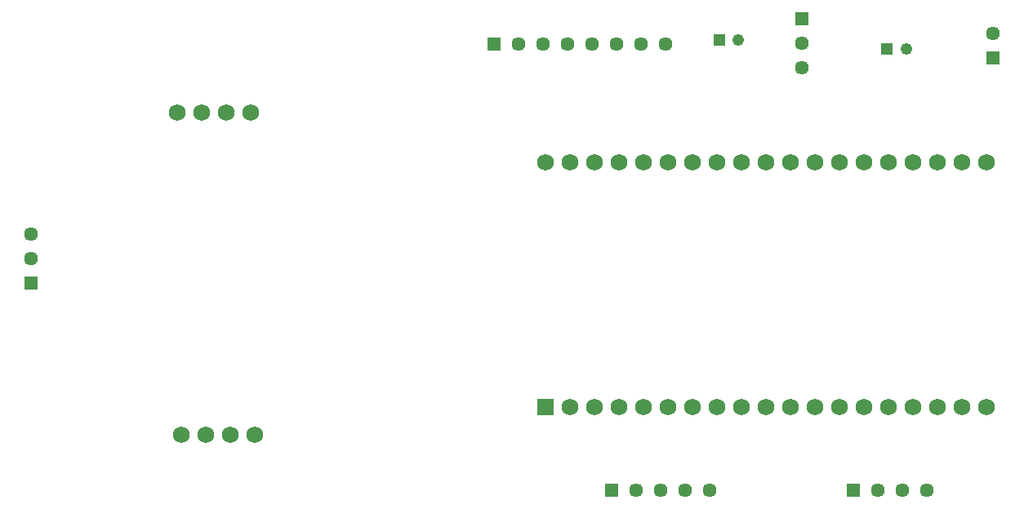
<source format=gbs>
G04*
G04 #@! TF.GenerationSoftware,Altium Limited,Altium Designer,25.2.1 (25)*
G04*
G04 Layer_Color=16711935*
%FSLAX44Y44*%
%MOMM*%
G71*
G04*
G04 #@! TF.SameCoordinates,3AE894FB-23F7-4F01-8F5F-E61770B14ED4*
G04*
G04*
G04 #@! TF.FilePolarity,Negative*
G04*
G01*
G75*
%ADD14C,1.7332*%
%ADD15C,1.4432*%
%ADD16R,1.4432X1.4432*%
%ADD17R,1.4432X1.4432*%
%ADD18R,1.7332X1.7332*%
%ADD19C,1.2192*%
%ADD20R,1.2192X1.2192*%
D14*
X516822Y382350D02*
D03*
X542222D02*
D03*
X567622D02*
D03*
X491422D02*
D03*
X869677Y665601D02*
D03*
X895077D02*
D03*
X920477D02*
D03*
X945877D02*
D03*
X971277D02*
D03*
X996677D02*
D03*
X1022077D02*
D03*
X1047477D02*
D03*
X1072877D02*
D03*
X1098277D02*
D03*
X1123677D02*
D03*
X1149077D02*
D03*
X1174477D02*
D03*
X1199877D02*
D03*
X1225277D02*
D03*
X1250677D02*
D03*
X1276077D02*
D03*
X1301477D02*
D03*
X1326877D02*
D03*
Y411601D02*
D03*
X1301477D02*
D03*
X1276077D02*
D03*
X1250677D02*
D03*
X1225277D02*
D03*
X1199877D02*
D03*
X1174477D02*
D03*
X1149077D02*
D03*
X1123677D02*
D03*
X1098277D02*
D03*
X1072877D02*
D03*
X1047477D02*
D03*
X1022077D02*
D03*
X996677D02*
D03*
X971277D02*
D03*
X945877D02*
D03*
X920477D02*
D03*
X895077D02*
D03*
X563617Y717008D02*
D03*
X487417D02*
D03*
X512817D02*
D03*
X538217D02*
D03*
D15*
X993878Y787814D02*
D03*
X968478D02*
D03*
X943078D02*
D03*
X917678D02*
D03*
X892278D02*
D03*
X866878D02*
D03*
X841478D02*
D03*
X1039438Y325447D02*
D03*
X1014038D02*
D03*
X963238D02*
D03*
X988638D02*
D03*
X1265019D02*
D03*
X1239619D02*
D03*
X1214219D02*
D03*
X336263Y590614D02*
D03*
Y565214D02*
D03*
X1333324Y799269D02*
D03*
X1135067Y789288D02*
D03*
Y763888D02*
D03*
D16*
X816078Y787814D02*
D03*
X937838Y325447D02*
D03*
X1188819D02*
D03*
D17*
X336263Y539814D02*
D03*
X1333324Y773869D02*
D03*
X1135067Y814688D02*
D03*
D18*
X869677Y411601D02*
D03*
D19*
X1243184Y783214D02*
D03*
X1069489Y792061D02*
D03*
D20*
X1223372Y783214D02*
D03*
X1049677Y792061D02*
D03*
M02*

</source>
